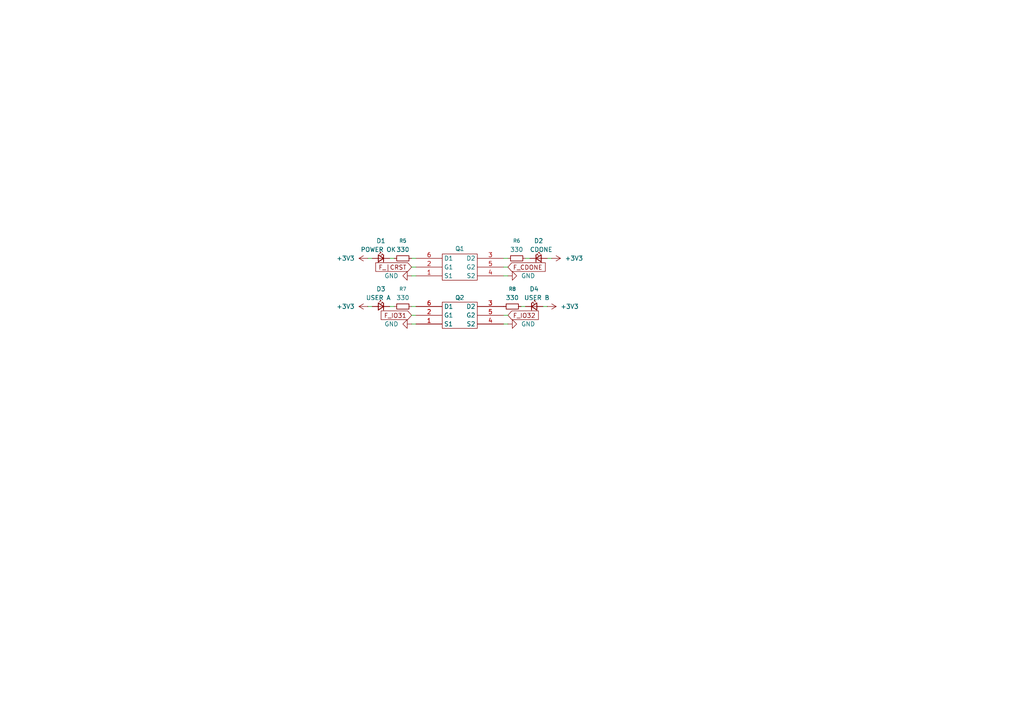
<source format=kicad_sch>
(kicad_sch (version 20250114) (generator "eeschema") (generator_version "9.0")
  (paper "A4")
  (lib_symbols
    (symbol "Device:LED_Small" (pin_numbers (hide yes)) (pin_names (offset 0.254) (hide yes))
      (property "Reference" "D" (at -1.27 3.175 0))
      (property "Value" "LED_Small" (at -4.445 -2.54 0))
      (symbol "LED_Small_0_1"
        (polyline (pts (xy -0.762 -1.016) (xy -0.762 1.016)) (stroke (width 0.254)))
        (polyline (pts (xy 0 0.762) (xy -0.508 1.27) (xy -0.254 1.27) (xy -0.508 1.27) (xy -0.508 1.016)))
        (polyline (pts (xy 0.508 1.27) (xy 0 1.778) (xy 0.254 1.778) (xy 0 1.778) (xy 0 1.524)))
        (polyline (pts (xy 0.762 -1.016) (xy -0.762 0) (xy 0.762 1.016) (xy 0.762 -1.016)) (stroke (width 0.254)))
        (polyline (pts (xy 1.016 0) (xy -0.762 0)))
      )
      (symbol "LED_Small_1_1"
        (pin passive line (at -2.54 0 0) (length 1.778) (name "K") (number "1"))
        (pin passive line (at 2.54 0 180) (length 1.778) (name "A") (number "2"))
      )
    )
    (symbol "Device:R_Small" (pin_numbers (hide yes)) (pin_names (offset 0.254) (hide yes))
      (property "Reference" "R" (at 0 0 90))
      (property "Value" "R_Small" (at 1.778 0 90))
      (symbol "R_Small_0_1"
        (rectangle (start -0.762 1.778) (end 0.762 -1.778) (stroke (width 0.2032)))
      )
      (symbol "R_Small_1_1"
        (pin passive line (at 0 2.54 270) (length 0.762) (name "~") (number "1"))
        (pin passive line (at 0 -2.54 90) (length 0.762) (name "~") (number "2"))
      )
    )
    (symbol "New_Library:MCM3400A-TP"
      (property "Reference" "Q" (at -1.016 5.588 0))
      (symbol "MCM3400A-TP_0_1"
        (rectangle (start -5.08 3.81) (end 5.08 -3.81))
      )
      (symbol "MCM3400A-TP_1_1"
        (pin unspecified line (at -12.7 2.54 0) (length 7.62) (name "D1") (number "6"))
        (pin unspecified line (at -12.7 0 0) (length 7.62) (name "G1") (number "2"))
        (pin unspecified line (at -12.7 -2.54 0) (length 7.62) (name "S1") (number "1"))
        (pin unspecified line (at 12.7 2.54 180) (length 7.62) (name "D2") (number "3"))
        (pin unspecified line (at 12.7 0 180) (length 7.62) (name "G2") (number "5"))
        (pin unspecified line (at 12.7 -2.54 180) (length 7.62) (name "S2") (number "4"))
      )
    )
    (symbol "power:+3V3" (power) (pin_numbers (hide yes)) (pin_names (offset 0) (hide yes))
      (property "Value" "+3V3" (at 0 3.556 0))
      (symbol "+3V3_0_1"
        (polyline (pts (xy -0.762 1.27) (xy 0 2.54)))
        (polyline (pts (xy 0 2.54) (xy 0.762 1.27)))
        (polyline (pts (xy 0 0) (xy 0 2.54)))
      )
      (symbol "+3V3_1_1"
        (pin power_in line (at 0 0 90) (length 0) (name "~") (number "1"))
      )
    )
    (symbol "power:GND" (power) (pin_numbers (hide yes)) (pin_names (offset 0) (hide yes))
      (property "Value" "GND" (at 0 -3.81 0))
      (symbol "GND_0_1"
        (polyline (pts (xy 0 0) (xy 0 -1.27) (xy 1.27 -1.27) (xy 0 -2.54) (xy -1.27 -1.27) (xy 0 -1.27)))
      )
      (symbol "GND_1_1"
        (pin power_in line (at 0 0 270) (length 0) (name "~") (number "1"))
      )
    )
  )
  (wire (pts (xy 152.4 88.9) (xy 151.13 88.9)))
  (wire (pts (xy 147.32 80.01) (xy 146.05 80.01)))
  (wire (pts (xy 119.38 80.01) (xy 120.65 80.01)))
  (wire (pts (xy 106.68 74.93) (xy 107.95 74.93)))
  (wire (pts (xy 119.38 77.47) (xy 120.65 77.47)))
  (wire (pts (xy 147.32 77.47) (xy 146.05 77.47)))
  (wire (pts (xy 147.32 93.98) (xy 146.05 93.98)))
  (wire (pts (xy 119.38 91.44) (xy 120.65 91.44)))
  (wire (pts (xy 119.38 93.98) (xy 120.65 93.98)))
  (wire (pts (xy 147.32 74.93) (xy 146.05 74.93)))
  (wire (pts (xy 119.38 88.9) (xy 120.65 88.9)))
  (wire (pts (xy 106.68 88.9) (xy 107.95 88.9)))
  (wire (pts (xy 113.03 74.93) (xy 114.3 74.93)))
  (wire (pts (xy 160.02 74.93) (xy 158.75 74.93)))
  (wire (pts (xy 113.03 88.9) (xy 114.3 88.9)))
  (wire (pts (xy 147.32 91.44) (xy 146.05 91.44)))
  (wire (pts (xy 119.38 74.93) (xy 120.65 74.93)))
  (wire (pts (xy 158.75 88.9) (xy 157.48 88.9)))
  (wire (pts (xy 153.67 74.93) (xy 152.4 74.93)))
  (global_label "F_CDONE" (shape input) (at 147.32 77.47 0) (property "Intersheetrefs" "${INTERSHEET_REFS}" (effects (hide yes))))
  (global_label "F_IO32" (shape input) (at 147.32 91.44 0) (property "Intersheetrefs" "${INTERSHEET_REFS}" (effects (hide yes))))
  (global_label "F_|CRST" (shape input) (at 119.38 77.47 180) (property "Intersheetrefs" "${INTERSHEET_REFS}" (effects (hide yes))))
  (global_label "F_IO31" (shape input) (at 119.38 91.44 180) (property "Intersheetrefs" "${INTERSHEET_REFS}" (effects (hide yes))))
  (symbol (lib_id "New_Library:MCM3400A-TP") (at 133.35 91.44 0) (unit 1)
    (property "Reference" "Q2" (at 133.35 86.36 0))
    (property "Value" "~" (at 133.35 86.36 0))
    (property "Footprint" "footprints:DFN-6-1EP_2x2mm_P0.65mm_EP1.01x1.7mm" (effects (hide yes)))
  )
  (symbol (lib_id "Device:LED_Small") (at 156.21 74.93 0) (unit 1)
    (property "Reference" "D2" (at 156.21 69.85 0))
    (property "Value" "CDONE" (at 156.972 72.39 0))
    (property "Footprint" "footprints:D_0402_1005Metric" (effects (hide yes)))
    (property "Description" "Light emitting diode, small symbol" (effects (hide yes)))
    (property "Sim.Pin" "1=K 2=A" (effects (hide yes)))
  )
  (symbol (lib_id "power:GND") (at 119.38 93.98 270) (unit 1)
    (property "Reference" "#PWR027" (effects (hide yes)))
    (property "Value" "GND" (at 115.57 93.9799 90) (effects (justify right)))
    (property "Description" "Power symbol creates a global label with name \"GND\" , ground" (effects (hide yes)))
  )
  (symbol (lib_id "New_Library:MCM3400A-TP") (at 133.35 77.47 0) (unit 1)
    (property "Reference" "Q1" (at 133.35 72.136 0))
    (property "Value" "~" (at 133.35 72.39 0))
    (property "Footprint" "footprints:DFN-6-1EP_2x2mm_P0.65mm_EP1.01x1.7mm" (effects (hide yes)))
  )
  (symbol (lib_id "Device:R_Small") (at 148.59 88.9 270) (mirror x) (unit 1)
    (property "Reference" "R8" (at 148.59 83.82 90) (effects (font (size 1.016 1.016))))
    (property "Value" "330" (at 148.59 86.36 90))
    (property "Footprint" "Resistor_SMD:R_0402_1005Metric" (effects (hide yes)))
    (property "Description" "Resistor, small symbol" (effects (hide yes)))
  )
  (symbol (lib_id "Device:LED_Small") (at 110.49 74.93 0) (mirror y) (unit 1)
    (property "Reference" "D1" (at 110.49 69.85 0))
    (property "Value" "POWER OK" (at 109.728 72.39 0))
    (property "Footprint" "footprints:D_0402_1005Metric" (effects (hide yes)))
    (property "Description" "Light emitting diode, small symbol" (effects (hide yes)))
    (property "Sim.Pin" "1=K 2=A" (effects (hide yes)))
  )
  (symbol (lib_id "power:GND") (at 147.32 80.01 90) (mirror x) (unit 1)
    (property "Reference" "#PWR021" (effects (hide yes)))
    (property "Value" "GND" (at 151.13 80.0099 90) (effects (justify right)))
    (property "Description" "Power symbol creates a global label with name \"GND\" , ground" (effects (hide yes)))
  )
  (symbol (lib_id "power:GND") (at 147.32 93.98 90) (unit 1)
    (property "Reference" "#PWR028" (effects (hide yes)))
    (property "Value" "GND" (at 151.13 93.9799 90) (effects (justify right)))
    (property "Description" "Power symbol creates a global label with name \"GND\" , ground" (effects (hide yes)))
  )
  (symbol (lib_id "power:+3V3") (at 158.75 88.9 270) (mirror x) (unit 1)
    (property "Reference" "#PWR026" (effects (hide yes)))
    (property "Value" "+3V3" (at 162.56 88.8999 90) (effects (justify left)))
    (property "Description" "Power symbol creates a global label with name \"+3V3\"" (effects (hide yes)))
  )
  (symbol (lib_id "Device:R_Small") (at 116.84 88.9 90) (unit 1)
    (property "Reference" "R7" (at 116.84 83.82 90) (effects (font (size 1.016 1.016))))
    (property "Value" "330" (at 116.84 86.36 90))
    (property "Footprint" "Resistor_SMD:R_0402_1005Metric" (effects (hide yes)))
    (property "Description" "Resistor, small symbol" (effects (hide yes)))
  )
  (symbol (lib_id "power:+3V3") (at 106.68 74.93 90) (unit 1)
    (property "Reference" "#PWR019" (effects (hide yes)))
    (property "Value" "+3V3" (at 102.87 74.9299 90) (effects (justify left)))
    (property "Description" "Power symbol creates a global label with name \"+3V3\"" (effects (hide yes)))
  )
  (symbol (lib_id "power:GND") (at 119.38 80.01 270) (unit 1)
    (property "Reference" "#PWR018" (effects (hide yes)))
    (property "Value" "GND" (at 115.57 80.0099 90) (effects (justify right)))
    (property "Description" "Power symbol creates a global label with name \"GND\" , ground" (effects (hide yes)))
  )
  (symbol (lib_id "Device:R_Small") (at 149.86 74.93 270) (mirror x) (unit 1)
    (property "Reference" "R6" (at 149.86 69.85 90) (effects (font (size 1.016 1.016))))
    (property "Value" "330" (at 149.86 72.39 90))
    (property "Footprint" "Resistor_SMD:R_0402_1005Metric" (effects (hide yes)))
    (property "Description" "Resistor, small symbol" (effects (hide yes)))
  )
  (symbol (lib_id "Device:LED_Small") (at 154.94 88.9 0) (unit 1)
    (property "Reference" "D4" (at 154.94 83.82 0))
    (property "Value" "USER B" (at 155.702 86.36 0))
    (property "Footprint" "footprints:D_0402_1005Metric" (effects (hide yes)))
    (property "Description" "Light emitting diode, small symbol" (effects (hide yes)))
    (property "Sim.Pin" "1=K 2=A" (effects (hide yes)))
  )
  (symbol (lib_id "Device:R_Small") (at 116.84 74.93 90) (unit 1)
    (property "Reference" "R5" (at 116.84 69.85 90) (effects (font (size 1.016 1.016))))
    (property "Value" "330" (at 116.84 72.39 90))
    (property "Footprint" "Resistor_SMD:R_0402_1005Metric" (effects (hide yes)))
    (property "Description" "Resistor, small symbol" (effects (hide yes)))
  )
  (symbol (lib_id "power:+3V3") (at 106.68 88.9 90) (unit 1)
    (property "Reference" "#PWR025" (effects (hide yes)))
    (property "Value" "+3V3" (at 102.87 88.8999 90) (effects (justify left)))
    (property "Description" "Power symbol creates a global label with name \"+3V3\"" (effects (hide yes)))
  )
  (symbol (lib_id "Device:LED_Small") (at 110.49 88.9 0) (mirror y) (unit 1)
    (property "Reference" "D3" (at 110.49 83.82 0))
    (property "Value" "USER A" (at 109.728 86.36 0))
    (property "Footprint" "footprints:D_0402_1005Metric" (effects (hide yes)))
    (property "Description" "Light emitting diode, small symbol" (effects (hide yes)))
    (property "Sim.Pin" "1=K 2=A" (effects (hide yes)))
  )
  (symbol (lib_id "power:+3V3") (at 160.02 74.93 270) (mirror x) (unit 1)
    (property "Reference" "#PWR020" (effects (hide yes)))
    (property "Value" "+3V3" (at 163.83 74.9299 90) (effects (justify left)))
    (property "Description" "Power symbol creates a global label with name \"+3V3\"" (effects (hide yes)))
  )
)
</source>
